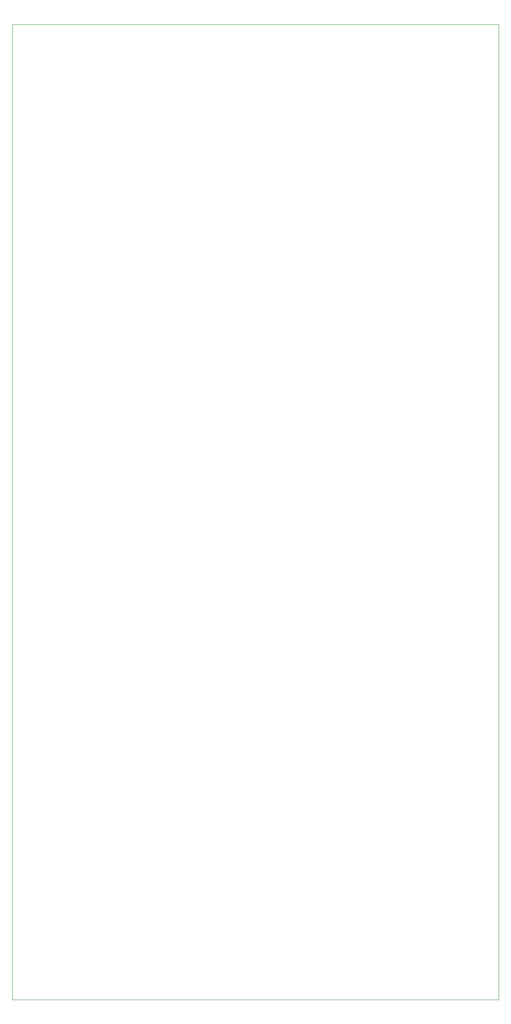
<source format=gbr>
%TF.GenerationSoftware,KiCad,Pcbnew,(5.1.9)-1*%
%TF.CreationDate,2021-09-12T18:44:50+01:00*%
%TF.ProjectId,Function Generator Front Panel,46756e63-7469-46f6-9e20-47656e657261,rev?*%
%TF.SameCoordinates,Original*%
%TF.FileFunction,Profile,NP*%
%FSLAX46Y46*%
G04 Gerber Fmt 4.6, Leading zero omitted, Abs format (unit mm)*
G04 Created by KiCad (PCBNEW (5.1.9)-1) date 2021-09-12 18:44:50*
%MOMM*%
%LPD*%
G01*
G04 APERTURE LIST*
%TA.AperFunction,Profile*%
%ADD10C,0.050000*%
%TD*%
G04 APERTURE END LIST*
D10*
X27051000Y-207518000D02*
X27051000Y-7493000D01*
X127000000Y-207518000D02*
X27051000Y-207518000D01*
X127000000Y-7493000D02*
X127000000Y-207518000D01*
X27051000Y-7493000D02*
X127000000Y-7493000D01*
M02*

</source>
